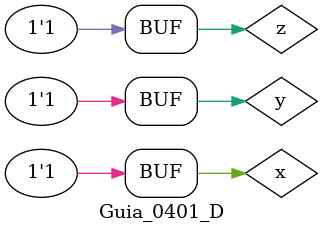
<source format=v>
/**
 * @file Guia_0401_D.v
 * @author 784778 - Wallace Freitas Oliveira (https://github.com/Olivwallace)
 * @brief Guia 04 Exercicio 01 - Arquitetura de Computadores I (PUC-Minas 1°/2023)
 * @date 03-03-2023
 */

`timescale 1ps/1ps
 `include "Guia_0401.v"

 module Guia_0401_D;
    reg x, y, z;
    wire s1;

    //Instanciamento
    QuestaoD QUESTAOD (s1, x, y, z);

    //Inicializacao de Valores
    initial begin
        x = 1'b0; y = 1'b0; z = 1'b0;
    end

    //Principal
    initial begin : main
        
        
        $display("Teste Guia_0401 - Expressao Booleana - D");
        
        //Questao D;
        $display("\nd) ( x . y' )' . z' = S\n");
        
        //Monitoramento
        $display(" x  y  z |  S");
        $monitor("%2b %2b %2b | %2b", x, y, z, s1);


        //Sinalizacao
        #1 x=0; y=0; z=0; //0
        #1 x=0; y=0; z=1; //1
        #1 x=0; y=1; z=0; //2
        #1 x=0; y=1; z=1; //3
        #1 x=1; y=0; z=0; //4
        #1 x=1; y=0; z=1; //5
        #1 x=1; y=1; z=0; //6
        #1 x=1; y=1; z=1; //7
    end

 endmodule
</source>
